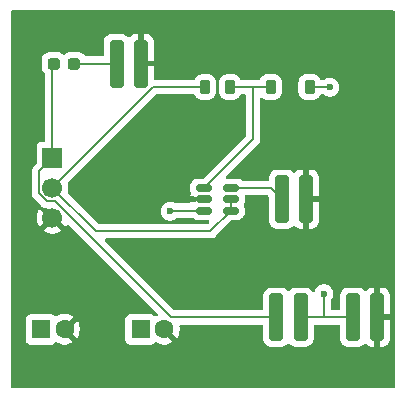
<source format=gbr>
%TF.GenerationSoftware,KiCad,Pcbnew,9.0.1*%
%TF.CreationDate,2025-05-31T16:56:00-05:00*%
%TF.ProjectId,ME 433 HW15 V1,4d452034-3333-4204-9857-31352056312e,rev?*%
%TF.SameCoordinates,Original*%
%TF.FileFunction,Copper,L1,Top*%
%TF.FilePolarity,Positive*%
%FSLAX46Y46*%
G04 Gerber Fmt 4.6, Leading zero omitted, Abs format (unit mm)*
G04 Created by KiCad (PCBNEW 9.0.1) date 2025-05-31 16:56:00*
%MOMM*%
%LPD*%
G01*
G04 APERTURE LIST*
G04 Aperture macros list*
%AMRoundRect*
0 Rectangle with rounded corners*
0 $1 Rounding radius*
0 $2 $3 $4 $5 $6 $7 $8 $9 X,Y pos of 4 corners*
0 Add a 4 corners polygon primitive as box body*
4,1,4,$2,$3,$4,$5,$6,$7,$8,$9,$2,$3,0*
0 Add four circle primitives for the rounded corners*
1,1,$1+$1,$2,$3*
1,1,$1+$1,$4,$5*
1,1,$1+$1,$6,$7*
1,1,$1+$1,$8,$9*
0 Add four rect primitives between the rounded corners*
20,1,$1+$1,$2,$3,$4,$5,0*
20,1,$1+$1,$4,$5,$6,$7,0*
20,1,$1+$1,$6,$7,$8,$9,0*
20,1,$1+$1,$8,$9,$2,$3,0*%
G04 Aperture macros list end*
%TA.AperFunction,SMDPad,CuDef*%
%ADD10RoundRect,0.237500X0.287500X0.237500X-0.287500X0.237500X-0.287500X-0.237500X0.287500X-0.237500X0*%
%TD*%
%TA.AperFunction,SMDPad,CuDef*%
%ADD11RoundRect,0.250000X-0.350000X-1.775000X0.350000X-1.775000X0.350000X1.775000X-0.350000X1.775000X0*%
%TD*%
%TA.AperFunction,SMDPad,CuDef*%
%ADD12RoundRect,0.150000X-0.512500X-0.150000X0.512500X-0.150000X0.512500X0.150000X-0.512500X0.150000X0*%
%TD*%
%TA.AperFunction,SMDPad,CuDef*%
%ADD13RoundRect,0.218750X-0.218750X-0.381250X0.218750X-0.381250X0.218750X0.381250X-0.218750X0.381250X0*%
%TD*%
%TA.AperFunction,ComponentPad*%
%ADD14R,1.700000X1.700000*%
%TD*%
%TA.AperFunction,ComponentPad*%
%ADD15C,1.700000*%
%TD*%
%TA.AperFunction,SMDPad,CuDef*%
%ADD16RoundRect,0.225000X0.225000X0.375000X-0.225000X0.375000X-0.225000X-0.375000X0.225000X-0.375000X0*%
%TD*%
%TA.AperFunction,ComponentPad*%
%ADD17R,1.600000X1.600000*%
%TD*%
%TA.AperFunction,ComponentPad*%
%ADD18C,1.600000*%
%TD*%
%TA.AperFunction,ViaPad*%
%ADD19C,0.600000*%
%TD*%
%TA.AperFunction,Conductor*%
%ADD20C,0.200000*%
%TD*%
G04 APERTURE END LIST*
D10*
%TO.P,D1,2,A*%
%TO.N,+5V*%
X106125000Y-62000000D03*
%TO.P,D1,1,K*%
%TO.N,Net-(D1-K)*%
X107875000Y-62000000D03*
%TD*%
D11*
%TO.P,R1,1*%
%TO.N,Net-(D1-K)*%
X111450000Y-62000000D03*
%TO.P,R1,2*%
%TO.N,GND*%
X113500000Y-62000000D03*
%TD*%
%TO.P,R4,1*%
%TO.N,Net-(MT1-3-FB)*%
X131475000Y-83500000D03*
%TO.P,R4,2*%
%TO.N,GND*%
X133525000Y-83500000D03*
%TD*%
%TO.P,R3,1*%
%TO.N,+5V*%
X124975000Y-83500000D03*
%TO.P,R3,2*%
%TO.N,Net-(MT1-3-FB)*%
X127025000Y-83500000D03*
%TD*%
%TO.P,R2,1*%
%TO.N,Net-(MT1-6-OC)*%
X125450000Y-73500000D03*
%TO.P,R2,2*%
%TO.N,GND*%
X127500000Y-73500000D03*
%TD*%
D12*
%TO.P,MT1,1,1-SW*%
%TO.N,Net-(D2-A)*%
X118862500Y-72550000D03*
%TO.P,MT1,2,2-GND*%
%TO.N,GND*%
X118862500Y-73500000D03*
%TO.P,MT1,3,3-FB*%
%TO.N,Net-(MT1-3-FB)*%
X118862500Y-74450000D03*
%TO.P,MT1,4,4-EN*%
%TO.N,VCC*%
X121137500Y-74450000D03*
%TO.P,MT1,5,5-VIN*%
X121137500Y-73500000D03*
%TO.P,MT1,6,6-OC*%
%TO.N,Net-(MT1-6-OC)*%
X121137500Y-72550000D03*
%TD*%
D13*
%TO.P,L1,1,1*%
%TO.N,VCC*%
X118937500Y-64000000D03*
%TO.P,L1,2,2*%
%TO.N,Net-(D2-A)*%
X121062500Y-64000000D03*
%TD*%
D14*
%TO.P,J1,1,Pin_1*%
%TO.N,+5V*%
X106025000Y-69975000D03*
D15*
%TO.P,J1,2,Pin_2*%
%TO.N,VCC*%
X106025000Y-72515000D03*
%TO.P,J1,3,Pin_3*%
%TO.N,GND*%
X106025000Y-75055000D03*
%TD*%
D16*
%TO.P,D2,1,K*%
%TO.N,+5V*%
X127800000Y-64000000D03*
%TO.P,D2,2,A*%
%TO.N,Net-(D2-A)*%
X124500000Y-64000000D03*
%TD*%
D17*
%TO.P,C2,1*%
%TO.N,+5V*%
X113500000Y-84500000D03*
D18*
%TO.P,C2,2*%
%TO.N,GND*%
X115500000Y-84500000D03*
%TD*%
D17*
%TO.P,C1,1*%
%TO.N,VCC*%
X105044888Y-84500000D03*
D18*
%TO.P,C1,2*%
%TO.N,GND*%
X107044888Y-84500000D03*
%TD*%
D19*
%TO.N,+5V*%
X129500000Y-64000000D03*
%TO.N,Net-(MT1-3-FB)*%
X129000000Y-81500000D03*
X116000000Y-74500000D03*
%TD*%
D20*
%TO.N,+5V*%
X127800000Y-64000000D02*
X129500000Y-64000000D01*
%TO.N,VCC*%
X118937500Y-64000000D02*
X114540000Y-64000000D01*
X114540000Y-64000000D02*
X106025000Y-72515000D01*
%TO.N,Net-(D2-A)*%
X123000000Y-64000000D02*
X124500000Y-64000000D01*
X123000000Y-68412500D02*
X123000000Y-64000000D01*
X118862500Y-72550000D02*
X123000000Y-68412500D01*
X123000000Y-64000000D02*
X121062500Y-64000000D01*
%TO.N,Net-(MT1-3-FB)*%
X116000000Y-74500000D02*
X116050000Y-74450000D01*
X116050000Y-74450000D02*
X118862500Y-74450000D01*
X129000000Y-83500000D02*
X129000000Y-81500000D01*
X127025000Y-83500000D02*
X129000000Y-83500000D01*
X129000000Y-83500000D02*
X131475000Y-83500000D01*
%TO.N,+5V*%
X124975000Y-83500000D02*
X116097760Y-83500000D01*
X116097760Y-83500000D02*
X106263760Y-73666000D01*
X104874000Y-71126000D02*
X106025000Y-69975000D01*
X106263760Y-73666000D02*
X105548240Y-73666000D01*
X105548240Y-73666000D02*
X104874000Y-72991760D01*
X104874000Y-72991760D02*
X104874000Y-71126000D01*
%TO.N,Net-(MT1-6-OC)*%
X121137500Y-72550000D02*
X124500000Y-72550000D01*
X124500000Y-72550000D02*
X125450000Y-73500000D01*
%TO.N,Net-(D1-K)*%
X107875000Y-62000000D02*
X111450000Y-62000000D01*
%TO.N,+5V*%
X106025000Y-69975000D02*
X106025000Y-62100000D01*
X106025000Y-62100000D02*
X106125000Y-62000000D01*
%TO.N,VCC*%
X121137500Y-74450000D02*
X119381500Y-76206000D01*
X119381500Y-76206000D02*
X109716000Y-76206000D01*
X109716000Y-76206000D02*
X106025000Y-72515000D01*
X121137500Y-73500000D02*
X121137500Y-74450000D01*
%TD*%
%TA.AperFunction,Conductor*%
%TO.N,GND*%
G36*
X134942539Y-57520185D02*
G01*
X134988294Y-57572989D01*
X134999500Y-57624500D01*
X134999500Y-89375500D01*
X134979815Y-89442539D01*
X134927011Y-89488294D01*
X134875500Y-89499500D01*
X102624500Y-89499500D01*
X102557461Y-89479815D01*
X102511706Y-89427011D01*
X102500500Y-89375500D01*
X102500500Y-83652135D01*
X103744388Y-83652135D01*
X103744388Y-85347870D01*
X103744389Y-85347876D01*
X103750796Y-85407483D01*
X103801090Y-85542328D01*
X103801094Y-85542335D01*
X103887340Y-85657544D01*
X103887343Y-85657547D01*
X104002552Y-85743793D01*
X104002559Y-85743797D01*
X104137405Y-85794091D01*
X104137404Y-85794091D01*
X104144332Y-85794835D01*
X104197015Y-85800500D01*
X105892760Y-85800499D01*
X105952371Y-85794091D01*
X106087219Y-85743796D01*
X106202434Y-85657546D01*
X106209118Y-85648616D01*
X106265047Y-85606746D01*
X106334739Y-85601759D01*
X106364680Y-85612441D01*
X106545856Y-85704755D01*
X106740470Y-85767990D01*
X106942571Y-85800000D01*
X107147205Y-85800000D01*
X107349305Y-85767990D01*
X107543919Y-85704755D01*
X107726237Y-85611859D01*
X107770809Y-85579474D01*
X107091335Y-84900000D01*
X107097549Y-84900000D01*
X107199282Y-84872741D01*
X107290494Y-84820080D01*
X107364968Y-84745606D01*
X107417629Y-84654394D01*
X107444888Y-84552661D01*
X107444888Y-84546447D01*
X108124362Y-85225921D01*
X108156747Y-85181349D01*
X108249643Y-84999031D01*
X108312878Y-84804417D01*
X108344888Y-84602317D01*
X108344888Y-84397682D01*
X108312878Y-84195582D01*
X108249643Y-84000968D01*
X108156747Y-83818650D01*
X108124362Y-83774077D01*
X108124362Y-83774076D01*
X107444888Y-84453551D01*
X107444888Y-84447339D01*
X107417629Y-84345606D01*
X107364968Y-84254394D01*
X107290494Y-84179920D01*
X107199282Y-84127259D01*
X107097549Y-84100000D01*
X107091334Y-84100000D01*
X107770810Y-83420524D01*
X107770809Y-83420523D01*
X107726247Y-83388147D01*
X107726238Y-83388141D01*
X107543919Y-83295244D01*
X107349305Y-83232009D01*
X107147205Y-83200000D01*
X106942571Y-83200000D01*
X106740470Y-83232009D01*
X106545853Y-83295245D01*
X106364679Y-83387558D01*
X106296010Y-83400454D01*
X106231270Y-83374177D01*
X106209122Y-83351388D01*
X106202434Y-83342454D01*
X106202430Y-83342451D01*
X106087223Y-83256206D01*
X106087216Y-83256202D01*
X105952370Y-83205908D01*
X105952371Y-83205908D01*
X105892771Y-83199501D01*
X105892769Y-83199500D01*
X105892761Y-83199500D01*
X105892752Y-83199500D01*
X104197017Y-83199500D01*
X104197011Y-83199501D01*
X104137404Y-83205908D01*
X104002559Y-83256202D01*
X104002552Y-83256206D01*
X103887343Y-83342452D01*
X103887340Y-83342455D01*
X103801094Y-83457664D01*
X103801090Y-83457671D01*
X103750796Y-83592517D01*
X103744389Y-83652116D01*
X103744388Y-83652135D01*
X102500500Y-83652135D01*
X102500500Y-73070814D01*
X104273498Y-73070814D01*
X104314423Y-73223546D01*
X104328212Y-73247427D01*
X104328213Y-73247432D01*
X104328215Y-73247432D01*
X104388449Y-73351762D01*
X104393479Y-73360474D01*
X104393481Y-73360477D01*
X104512349Y-73479345D01*
X104512355Y-73479350D01*
X105063379Y-74030374D01*
X105063389Y-74030385D01*
X105067719Y-74034715D01*
X105067720Y-74034716D01*
X105179524Y-74146520D01*
X105179526Y-74146521D01*
X105179530Y-74146524D01*
X105267705Y-74197431D01*
X105316456Y-74225577D01*
X105414113Y-74251744D01*
X105469182Y-74266500D01*
X105469183Y-74266500D01*
X105546178Y-74266500D01*
X105553606Y-74267400D01*
X105579105Y-74278366D01*
X105605731Y-74286185D01*
X105615399Y-74293975D01*
X105617792Y-74295005D01*
X105619120Y-74296974D01*
X105626373Y-74302819D01*
X105895591Y-74572037D01*
X105832007Y-74589075D01*
X105717993Y-74654901D01*
X105624901Y-74747993D01*
X105559075Y-74862007D01*
X105542037Y-74925591D01*
X104909728Y-74293282D01*
X104909727Y-74293282D01*
X104870380Y-74347439D01*
X104773904Y-74536782D01*
X104708242Y-74738869D01*
X104708242Y-74738872D01*
X104675000Y-74948753D01*
X104675000Y-75161246D01*
X104708242Y-75371127D01*
X104708242Y-75371130D01*
X104773904Y-75573217D01*
X104870375Y-75762550D01*
X104909728Y-75816716D01*
X105542037Y-75184408D01*
X105559075Y-75247993D01*
X105624901Y-75362007D01*
X105717993Y-75455099D01*
X105832007Y-75520925D01*
X105895590Y-75537962D01*
X105263282Y-76170269D01*
X105263282Y-76170270D01*
X105317449Y-76209624D01*
X105506782Y-76306095D01*
X105708870Y-76371757D01*
X105918754Y-76405000D01*
X106131246Y-76405000D01*
X106341127Y-76371757D01*
X106341130Y-76371757D01*
X106543217Y-76306095D01*
X106732554Y-76209622D01*
X106786716Y-76170270D01*
X106786717Y-76170270D01*
X106154408Y-75537962D01*
X106217993Y-75520925D01*
X106332007Y-75455099D01*
X106425099Y-75362007D01*
X106490925Y-75247993D01*
X106507962Y-75184408D01*
X107140270Y-75816717D01*
X107140270Y-75816716D01*
X107179624Y-75762552D01*
X107214019Y-75695047D01*
X107261992Y-75644251D01*
X107329813Y-75627455D01*
X107395948Y-75649992D01*
X107412185Y-75663660D01*
X114908639Y-83160114D01*
X114942124Y-83221437D01*
X114937140Y-83291129D01*
X114895268Y-83347062D01*
X114877253Y-83358280D01*
X114819792Y-83387558D01*
X114751123Y-83400454D01*
X114686382Y-83374178D01*
X114664234Y-83351388D01*
X114657546Y-83342454D01*
X114657542Y-83342451D01*
X114542335Y-83256206D01*
X114542328Y-83256202D01*
X114407482Y-83205908D01*
X114407483Y-83205908D01*
X114347883Y-83199501D01*
X114347881Y-83199500D01*
X114347873Y-83199500D01*
X114347864Y-83199500D01*
X112652129Y-83199500D01*
X112652123Y-83199501D01*
X112592516Y-83205908D01*
X112457671Y-83256202D01*
X112457664Y-83256206D01*
X112342455Y-83342452D01*
X112342452Y-83342455D01*
X112256206Y-83457664D01*
X112256202Y-83457671D01*
X112205908Y-83592517D01*
X112199501Y-83652116D01*
X112199500Y-83652135D01*
X112199500Y-85347870D01*
X112199501Y-85347876D01*
X112205908Y-85407483D01*
X112256202Y-85542328D01*
X112256206Y-85542335D01*
X112342452Y-85657544D01*
X112342455Y-85657547D01*
X112457664Y-85743793D01*
X112457671Y-85743797D01*
X112592517Y-85794091D01*
X112592516Y-85794091D01*
X112599444Y-85794835D01*
X112652127Y-85800500D01*
X114347872Y-85800499D01*
X114407483Y-85794091D01*
X114542331Y-85743796D01*
X114657546Y-85657546D01*
X114664230Y-85648616D01*
X114720159Y-85606746D01*
X114789851Y-85601759D01*
X114819792Y-85612441D01*
X115000968Y-85704755D01*
X115195582Y-85767990D01*
X115397683Y-85800000D01*
X115602317Y-85800000D01*
X115804417Y-85767990D01*
X115999031Y-85704755D01*
X116181349Y-85611859D01*
X116225921Y-85579474D01*
X115546447Y-84900000D01*
X115552661Y-84900000D01*
X115654394Y-84872741D01*
X115745606Y-84820080D01*
X115820080Y-84745606D01*
X115872741Y-84654394D01*
X115900000Y-84552661D01*
X115900000Y-84546447D01*
X116579474Y-85225921D01*
X116611859Y-85181349D01*
X116704755Y-84999031D01*
X116767990Y-84804417D01*
X116800000Y-84602317D01*
X116800000Y-84397682D01*
X116775643Y-84243898D01*
X116784598Y-84174604D01*
X116829594Y-84121152D01*
X116896345Y-84100513D01*
X116898116Y-84100500D01*
X123750501Y-84100500D01*
X123817540Y-84120185D01*
X123863295Y-84172989D01*
X123874501Y-84224500D01*
X123874501Y-85325018D01*
X123885000Y-85427796D01*
X123885001Y-85427799D01*
X123922953Y-85542328D01*
X123940186Y-85594334D01*
X124032288Y-85743656D01*
X124156344Y-85867712D01*
X124305666Y-85959814D01*
X124472203Y-86014999D01*
X124574991Y-86025500D01*
X125375008Y-86025499D01*
X125375016Y-86025498D01*
X125375019Y-86025498D01*
X125431302Y-86019748D01*
X125477797Y-86014999D01*
X125644334Y-85959814D01*
X125793656Y-85867712D01*
X125912319Y-85749049D01*
X125973642Y-85715564D01*
X126043334Y-85720548D01*
X126087681Y-85749049D01*
X126206344Y-85867712D01*
X126355666Y-85959814D01*
X126522203Y-86014999D01*
X126624991Y-86025500D01*
X127425008Y-86025499D01*
X127425016Y-86025498D01*
X127425019Y-86025498D01*
X127481302Y-86019748D01*
X127527797Y-86014999D01*
X127694334Y-85959814D01*
X127843656Y-85867712D01*
X127967712Y-85743656D01*
X128059814Y-85594334D01*
X128114999Y-85427797D01*
X128125500Y-85325009D01*
X128125500Y-84224500D01*
X128145185Y-84157461D01*
X128197989Y-84111706D01*
X128249500Y-84100500D01*
X128920943Y-84100500D01*
X130250501Y-84100500D01*
X130317540Y-84120185D01*
X130363295Y-84172989D01*
X130374501Y-84224500D01*
X130374501Y-85325018D01*
X130385000Y-85427796D01*
X130385001Y-85427799D01*
X130422953Y-85542328D01*
X130440186Y-85594334D01*
X130532288Y-85743656D01*
X130656344Y-85867712D01*
X130805666Y-85959814D01*
X130972203Y-86014999D01*
X131074991Y-86025500D01*
X131875008Y-86025499D01*
X131875016Y-86025498D01*
X131875019Y-86025498D01*
X131931302Y-86019748D01*
X131977797Y-86014999D01*
X132144334Y-85959814D01*
X132293656Y-85867712D01*
X132412675Y-85748692D01*
X132473994Y-85715210D01*
X132543686Y-85720194D01*
X132588034Y-85748695D01*
X132706654Y-85867315D01*
X132855875Y-85959356D01*
X132855880Y-85959358D01*
X133022302Y-86014505D01*
X133022309Y-86014506D01*
X133125019Y-86024999D01*
X133274999Y-86024999D01*
X133775000Y-86024999D01*
X133924972Y-86024999D01*
X133924986Y-86024998D01*
X134027697Y-86014505D01*
X134194119Y-85959358D01*
X134194124Y-85959356D01*
X134343345Y-85867315D01*
X134467315Y-85743345D01*
X134559356Y-85594124D01*
X134559358Y-85594119D01*
X134614505Y-85427697D01*
X134614506Y-85427690D01*
X134624999Y-85324986D01*
X134625000Y-85324973D01*
X134625000Y-83750000D01*
X133775000Y-83750000D01*
X133775000Y-86024999D01*
X133274999Y-86024999D01*
X133275000Y-86024998D01*
X133275000Y-83250000D01*
X133775000Y-83250000D01*
X134624999Y-83250000D01*
X134624999Y-81675028D01*
X134624998Y-81675013D01*
X134614505Y-81572302D01*
X134559358Y-81405880D01*
X134559356Y-81405875D01*
X134467315Y-81256654D01*
X134343345Y-81132684D01*
X134194124Y-81040643D01*
X134194119Y-81040641D01*
X134027697Y-80985494D01*
X134027690Y-80985493D01*
X133924986Y-80975000D01*
X133775000Y-80975000D01*
X133775000Y-83250000D01*
X133275000Y-83250000D01*
X133275000Y-80975000D01*
X133125027Y-80975000D01*
X133125012Y-80975001D01*
X133022302Y-80985494D01*
X132855880Y-81040641D01*
X132855875Y-81040643D01*
X132706657Y-81132682D01*
X132588034Y-81251305D01*
X132526711Y-81284789D01*
X132457019Y-81279805D01*
X132412672Y-81251304D01*
X132293657Y-81132289D01*
X132293656Y-81132288D01*
X132144334Y-81040186D01*
X131977797Y-80985001D01*
X131977795Y-80985000D01*
X131875010Y-80974500D01*
X131074998Y-80974500D01*
X131074980Y-80974501D01*
X130972203Y-80985000D01*
X130972200Y-80985001D01*
X130805668Y-81040185D01*
X130805663Y-81040187D01*
X130656342Y-81132289D01*
X130532289Y-81256342D01*
X130440187Y-81405663D01*
X130440185Y-81405668D01*
X130440115Y-81405880D01*
X130385001Y-81572203D01*
X130385001Y-81572204D01*
X130385000Y-81572204D01*
X130374500Y-81674983D01*
X130374500Y-82775500D01*
X130354815Y-82842539D01*
X130302011Y-82888294D01*
X130250500Y-82899500D01*
X129724500Y-82899500D01*
X129657461Y-82879815D01*
X129611706Y-82827011D01*
X129600500Y-82775500D01*
X129600500Y-82079765D01*
X129620185Y-82012726D01*
X129621398Y-82010874D01*
X129646162Y-81973813D01*
X129709394Y-81879179D01*
X129769737Y-81733497D01*
X129800500Y-81578842D01*
X129800500Y-81421158D01*
X129800500Y-81421155D01*
X129800499Y-81421153D01*
X129772383Y-81279805D01*
X129769737Y-81266503D01*
X129769735Y-81266498D01*
X129709397Y-81120827D01*
X129709390Y-81120814D01*
X129621789Y-80989711D01*
X129621786Y-80989707D01*
X129510292Y-80878213D01*
X129510288Y-80878210D01*
X129379185Y-80790609D01*
X129379172Y-80790602D01*
X129233501Y-80730264D01*
X129233489Y-80730261D01*
X129078845Y-80699500D01*
X129078842Y-80699500D01*
X128921158Y-80699500D01*
X128921155Y-80699500D01*
X128766510Y-80730261D01*
X128766498Y-80730264D01*
X128620827Y-80790602D01*
X128620814Y-80790609D01*
X128489711Y-80878210D01*
X128489707Y-80878213D01*
X128378213Y-80989707D01*
X128378210Y-80989711D01*
X128290609Y-81120814D01*
X128290602Y-81120827D01*
X128230264Y-81266498D01*
X128230260Y-81266512D01*
X128229309Y-81271293D01*
X128196918Y-81333201D01*
X128136199Y-81367769D01*
X128066430Y-81364023D01*
X128009762Y-81323151D01*
X128002155Y-81312186D01*
X127976932Y-81271293D01*
X127967712Y-81256344D01*
X127843656Y-81132288D01*
X127694334Y-81040186D01*
X127527797Y-80985001D01*
X127527795Y-80985000D01*
X127425010Y-80974500D01*
X126624998Y-80974500D01*
X126624980Y-80974501D01*
X126522203Y-80985000D01*
X126522200Y-80985001D01*
X126355668Y-81040185D01*
X126355663Y-81040187D01*
X126206342Y-81132289D01*
X126087681Y-81250951D01*
X126026358Y-81284436D01*
X125956666Y-81279452D01*
X125912319Y-81250951D01*
X125793657Y-81132289D01*
X125793656Y-81132288D01*
X125644334Y-81040186D01*
X125477797Y-80985001D01*
X125477795Y-80985000D01*
X125375010Y-80974500D01*
X124574998Y-80974500D01*
X124574980Y-80974501D01*
X124472203Y-80985000D01*
X124472200Y-80985001D01*
X124305668Y-81040185D01*
X124305663Y-81040187D01*
X124156342Y-81132289D01*
X124032289Y-81256342D01*
X123940187Y-81405663D01*
X123940185Y-81405668D01*
X123940115Y-81405880D01*
X123885001Y-81572203D01*
X123885001Y-81572204D01*
X123885000Y-81572204D01*
X123874500Y-81674983D01*
X123874500Y-82775500D01*
X123854815Y-82842539D01*
X123802011Y-82888294D01*
X123750500Y-82899500D01*
X116397857Y-82899500D01*
X116330818Y-82879815D01*
X116310176Y-82863181D01*
X110465176Y-77018181D01*
X110431691Y-76956858D01*
X110436675Y-76887166D01*
X110478547Y-76831233D01*
X110544011Y-76806816D01*
X110552857Y-76806500D01*
X119294831Y-76806500D01*
X119294847Y-76806501D01*
X119302443Y-76806501D01*
X119460554Y-76806501D01*
X119460557Y-76806501D01*
X119613285Y-76765577D01*
X119663404Y-76736639D01*
X119750216Y-76686520D01*
X119862020Y-76574716D01*
X119862020Y-76574714D01*
X119872228Y-76564507D01*
X119872229Y-76564504D01*
X121149916Y-75286819D01*
X121211239Y-75253334D01*
X121237597Y-75250500D01*
X121715686Y-75250500D01*
X121715694Y-75250500D01*
X121752569Y-75247598D01*
X121752571Y-75247597D01*
X121752573Y-75247597D01*
X121794191Y-75235505D01*
X121910398Y-75201744D01*
X122051865Y-75118081D01*
X122168081Y-75001865D01*
X122251744Y-74860398D01*
X122288611Y-74733501D01*
X122297597Y-74702573D01*
X122297598Y-74702567D01*
X122300499Y-74665701D01*
X122300500Y-74665694D01*
X122300500Y-74234306D01*
X122297598Y-74197431D01*
X122275338Y-74120814D01*
X122251745Y-74039606D01*
X122251744Y-74039602D01*
X122250871Y-74038126D01*
X122250538Y-74036816D01*
X122248646Y-74032443D01*
X122249351Y-74032137D01*
X122233685Y-73970403D01*
X122249139Y-73917770D01*
X122248646Y-73917557D01*
X122250376Y-73913558D01*
X122250871Y-73911874D01*
X122251744Y-73910398D01*
X122297598Y-73752569D01*
X122300500Y-73715694D01*
X122300500Y-73284306D01*
X122300497Y-73284272D01*
X122300494Y-73284222D01*
X122300496Y-73284212D01*
X122300404Y-73281868D01*
X122300993Y-73281844D01*
X122314862Y-73215845D01*
X122363916Y-73166091D01*
X122424112Y-73150500D01*
X124199903Y-73150500D01*
X124229343Y-73159144D01*
X124259330Y-73165668D01*
X124264345Y-73169422D01*
X124266942Y-73170185D01*
X124287584Y-73186819D01*
X124313181Y-73212416D01*
X124346666Y-73273739D01*
X124349500Y-73300097D01*
X124349500Y-75325001D01*
X124349501Y-75325018D01*
X124360000Y-75427796D01*
X124360001Y-75427799D01*
X124412363Y-75585815D01*
X124415186Y-75594334D01*
X124507288Y-75743656D01*
X124631344Y-75867712D01*
X124780666Y-75959814D01*
X124947203Y-76014999D01*
X125049991Y-76025500D01*
X125850008Y-76025499D01*
X125850016Y-76025498D01*
X125850019Y-76025498D01*
X125906302Y-76019748D01*
X125952797Y-76014999D01*
X126119334Y-75959814D01*
X126268656Y-75867712D01*
X126387675Y-75748692D01*
X126448994Y-75715210D01*
X126518686Y-75720194D01*
X126563034Y-75748695D01*
X126681654Y-75867315D01*
X126830875Y-75959356D01*
X126830880Y-75959358D01*
X126997302Y-76014505D01*
X126997309Y-76014506D01*
X127100019Y-76024999D01*
X127249999Y-76024999D01*
X127750000Y-76024999D01*
X127899972Y-76024999D01*
X127899986Y-76024998D01*
X128002697Y-76014505D01*
X128169119Y-75959358D01*
X128169124Y-75959356D01*
X128318345Y-75867315D01*
X128442315Y-75743345D01*
X128534356Y-75594124D01*
X128534358Y-75594119D01*
X128589505Y-75427697D01*
X128589506Y-75427690D01*
X128599999Y-75324986D01*
X128600000Y-75324973D01*
X128600000Y-73750000D01*
X127750000Y-73750000D01*
X127750000Y-76024999D01*
X127249999Y-76024999D01*
X127250000Y-76024998D01*
X127250000Y-73250000D01*
X127750000Y-73250000D01*
X128599999Y-73250000D01*
X128599999Y-71675028D01*
X128599998Y-71675013D01*
X128589505Y-71572302D01*
X128534358Y-71405880D01*
X128534356Y-71405875D01*
X128442315Y-71256654D01*
X128318345Y-71132684D01*
X128169124Y-71040643D01*
X128169119Y-71040641D01*
X128002697Y-70985494D01*
X128002690Y-70985493D01*
X127899986Y-70975000D01*
X127750000Y-70975000D01*
X127750000Y-73250000D01*
X127250000Y-73250000D01*
X127250000Y-70975000D01*
X127100027Y-70975000D01*
X127100012Y-70975001D01*
X126997302Y-70985494D01*
X126830880Y-71040641D01*
X126830875Y-71040643D01*
X126681657Y-71132682D01*
X126563034Y-71251305D01*
X126501711Y-71284789D01*
X126432019Y-71279805D01*
X126387672Y-71251304D01*
X126268657Y-71132289D01*
X126268656Y-71132288D01*
X126119334Y-71040186D01*
X125952797Y-70985001D01*
X125952795Y-70985000D01*
X125850010Y-70974500D01*
X125049998Y-70974500D01*
X125049980Y-70974501D01*
X124947203Y-70985000D01*
X124947200Y-70985001D01*
X124780668Y-71040185D01*
X124780663Y-71040187D01*
X124631342Y-71132289D01*
X124507289Y-71256342D01*
X124415187Y-71405663D01*
X124415185Y-71405668D01*
X124415115Y-71405880D01*
X124360001Y-71572203D01*
X124360001Y-71572204D01*
X124360000Y-71572204D01*
X124349500Y-71674983D01*
X124349500Y-71825500D01*
X124329815Y-71892539D01*
X124277011Y-71938294D01*
X124225500Y-71949500D01*
X122170808Y-71949500D01*
X122103769Y-71929815D01*
X122083126Y-71913180D01*
X122051870Y-71881923D01*
X122051862Y-71881917D01*
X121910396Y-71798255D01*
X121910393Y-71798254D01*
X121752573Y-71752402D01*
X121752567Y-71752401D01*
X121715701Y-71749500D01*
X121715694Y-71749500D01*
X120811596Y-71749500D01*
X120744557Y-71729815D01*
X120698802Y-71677011D01*
X120688858Y-71607853D01*
X120717883Y-71544297D01*
X120723915Y-71537819D01*
X121221549Y-71040185D01*
X123480520Y-68781216D01*
X123559577Y-68644284D01*
X123600501Y-68491557D01*
X123600501Y-68333442D01*
X123600501Y-68325847D01*
X123600500Y-68325829D01*
X123600500Y-65025874D01*
X123620185Y-64958835D01*
X123672989Y-64913080D01*
X123742147Y-64903136D01*
X123805703Y-64932161D01*
X123812181Y-64938193D01*
X123821955Y-64947967D01*
X123821959Y-64947970D01*
X123966294Y-65036998D01*
X123966297Y-65036999D01*
X123966303Y-65037003D01*
X124127292Y-65090349D01*
X124226655Y-65100500D01*
X124773344Y-65100499D01*
X124773352Y-65100498D01*
X124773355Y-65100498D01*
X124827760Y-65094940D01*
X124872708Y-65090349D01*
X125033697Y-65037003D01*
X125178044Y-64947968D01*
X125297968Y-64828044D01*
X125387003Y-64683697D01*
X125440349Y-64522708D01*
X125450500Y-64423345D01*
X125450499Y-63576656D01*
X125450498Y-63576647D01*
X126849500Y-63576647D01*
X126849500Y-64423337D01*
X126849501Y-64423355D01*
X126859650Y-64522707D01*
X126859651Y-64522710D01*
X126912996Y-64683694D01*
X126913001Y-64683705D01*
X127002029Y-64828040D01*
X127002032Y-64828044D01*
X127121955Y-64947967D01*
X127121959Y-64947970D01*
X127266294Y-65036998D01*
X127266297Y-65036999D01*
X127266303Y-65037003D01*
X127427292Y-65090349D01*
X127526655Y-65100500D01*
X128073344Y-65100499D01*
X128073352Y-65100498D01*
X128073355Y-65100498D01*
X128127760Y-65094940D01*
X128172708Y-65090349D01*
X128333697Y-65037003D01*
X128478044Y-64947968D01*
X128597968Y-64828044D01*
X128684789Y-64687287D01*
X128687000Y-64683702D01*
X128687000Y-64683701D01*
X128687003Y-64683697D01*
X128687004Y-64683692D01*
X128690053Y-64677155D01*
X128691661Y-64677904D01*
X128700278Y-64665459D01*
X128710400Y-64643297D01*
X128719813Y-64637247D01*
X128726184Y-64628047D01*
X128748683Y-64618693D01*
X128769178Y-64605523D01*
X128786282Y-64603063D01*
X128790701Y-64601227D01*
X128804113Y-64600500D01*
X128920234Y-64600500D01*
X128987273Y-64620185D01*
X128989125Y-64621398D01*
X129120814Y-64709390D01*
X129120827Y-64709397D01*
X129266498Y-64769735D01*
X129266503Y-64769737D01*
X129421153Y-64800499D01*
X129421156Y-64800500D01*
X129421158Y-64800500D01*
X129578844Y-64800500D01*
X129578845Y-64800499D01*
X129733497Y-64769737D01*
X129879179Y-64709394D01*
X130010289Y-64621789D01*
X130121789Y-64510289D01*
X130209394Y-64379179D01*
X130269737Y-64233497D01*
X130300500Y-64078842D01*
X130300500Y-63921158D01*
X130300500Y-63921155D01*
X130300499Y-63921153D01*
X130281376Y-63825018D01*
X130269737Y-63766503D01*
X130213728Y-63631284D01*
X130209397Y-63620827D01*
X130209390Y-63620814D01*
X130121789Y-63489711D01*
X130121786Y-63489707D01*
X130010292Y-63378213D01*
X130010288Y-63378210D01*
X129879185Y-63290609D01*
X129879172Y-63290602D01*
X129733501Y-63230264D01*
X129733489Y-63230261D01*
X129578845Y-63199500D01*
X129578842Y-63199500D01*
X129421158Y-63199500D01*
X129421155Y-63199500D01*
X129266510Y-63230261D01*
X129266498Y-63230264D01*
X129120827Y-63290602D01*
X129120814Y-63290609D01*
X128989125Y-63378602D01*
X128971078Y-63384252D01*
X128955169Y-63394477D01*
X128924207Y-63398928D01*
X128922447Y-63399480D01*
X128920234Y-63399500D01*
X128804113Y-63399500D01*
X128737074Y-63379815D01*
X128691319Y-63327011D01*
X128687704Y-63317807D01*
X128687000Y-63316297D01*
X128597968Y-63171956D01*
X128478044Y-63052032D01*
X128478040Y-63052029D01*
X128333705Y-62963001D01*
X128333699Y-62962998D01*
X128333697Y-62962997D01*
X128198529Y-62918207D01*
X128172709Y-62909651D01*
X128073346Y-62899500D01*
X127526662Y-62899500D01*
X127526644Y-62899501D01*
X127427292Y-62909650D01*
X127427289Y-62909651D01*
X127266305Y-62962996D01*
X127266294Y-62963001D01*
X127121959Y-63052029D01*
X127121955Y-63052032D01*
X127002032Y-63171955D01*
X127002029Y-63171959D01*
X126913001Y-63316294D01*
X126912996Y-63316305D01*
X126859651Y-63477290D01*
X126849500Y-63576647D01*
X125450498Y-63576647D01*
X125449903Y-63570826D01*
X125440349Y-63477292D01*
X125440348Y-63477289D01*
X125418205Y-63410465D01*
X125387003Y-63316303D01*
X125386999Y-63316297D01*
X125386998Y-63316294D01*
X125297970Y-63171959D01*
X125297967Y-63171955D01*
X125178044Y-63052032D01*
X125178040Y-63052029D01*
X125033705Y-62963001D01*
X125033699Y-62962998D01*
X125033697Y-62962997D01*
X124898529Y-62918207D01*
X124872709Y-62909651D01*
X124773346Y-62899500D01*
X124226662Y-62899500D01*
X124226644Y-62899501D01*
X124127292Y-62909650D01*
X124127289Y-62909651D01*
X123966305Y-62962996D01*
X123966294Y-62963001D01*
X123821959Y-63052029D01*
X123821955Y-63052032D01*
X123702031Y-63171956D01*
X123612999Y-63316297D01*
X123609947Y-63322845D01*
X123608338Y-63322095D01*
X123573816Y-63371953D01*
X123509299Y-63398773D01*
X123495887Y-63399500D01*
X122055848Y-63399500D01*
X121988809Y-63379815D01*
X121943054Y-63327011D01*
X121938142Y-63314504D01*
X121937549Y-63312713D01*
X121937545Y-63312707D01*
X121937544Y-63312704D01*
X121849283Y-63169612D01*
X121849280Y-63169608D01*
X121730391Y-63050719D01*
X121730387Y-63050716D01*
X121587295Y-62962455D01*
X121587289Y-62962452D01*
X121587287Y-62962451D01*
X121427685Y-62909564D01*
X121427683Y-62909563D01*
X121329181Y-62899500D01*
X121329174Y-62899500D01*
X120795826Y-62899500D01*
X120795818Y-62899500D01*
X120697316Y-62909563D01*
X120697315Y-62909564D01*
X120618219Y-62935773D01*
X120537715Y-62962450D01*
X120537704Y-62962455D01*
X120394612Y-63050716D01*
X120394608Y-63050719D01*
X120275719Y-63169608D01*
X120275716Y-63169612D01*
X120187455Y-63312704D01*
X120187450Y-63312715D01*
X120163745Y-63384252D01*
X120134564Y-63472315D01*
X120134564Y-63472316D01*
X120134563Y-63472316D01*
X120124500Y-63570818D01*
X120124500Y-64429181D01*
X120134563Y-64527683D01*
X120187450Y-64687284D01*
X120187455Y-64687295D01*
X120275716Y-64830387D01*
X120275719Y-64830391D01*
X120394608Y-64949280D01*
X120394612Y-64949283D01*
X120537704Y-65037544D01*
X120537707Y-65037545D01*
X120537713Y-65037549D01*
X120697315Y-65090436D01*
X120795826Y-65100500D01*
X120795831Y-65100500D01*
X121329169Y-65100500D01*
X121329174Y-65100500D01*
X121427685Y-65090436D01*
X121587287Y-65037549D01*
X121730391Y-64949281D01*
X121849281Y-64830391D01*
X121937549Y-64687287D01*
X121938142Y-64685494D01*
X121938880Y-64684428D01*
X121940599Y-64680744D01*
X121941228Y-64681037D01*
X121952012Y-64665463D01*
X121962135Y-64643297D01*
X121971547Y-64637248D01*
X121977915Y-64628051D01*
X122000414Y-64618696D01*
X122020913Y-64605523D01*
X122038013Y-64603064D01*
X122042430Y-64601228D01*
X122055848Y-64600500D01*
X122275500Y-64600500D01*
X122342539Y-64620185D01*
X122388294Y-64672989D01*
X122399500Y-64724500D01*
X122399500Y-68112402D01*
X122379815Y-68179441D01*
X122363181Y-68200083D01*
X118850084Y-71713181D01*
X118788761Y-71746666D01*
X118762403Y-71749500D01*
X118284298Y-71749500D01*
X118247432Y-71752401D01*
X118247426Y-71752402D01*
X118089606Y-71798254D01*
X118089603Y-71798255D01*
X117948137Y-71881917D01*
X117948129Y-71881923D01*
X117831923Y-71998129D01*
X117831917Y-71998137D01*
X117748255Y-72139603D01*
X117748254Y-72139606D01*
X117702402Y-72297426D01*
X117702401Y-72297432D01*
X117699500Y-72334298D01*
X117699500Y-72765701D01*
X117702401Y-72802567D01*
X117702402Y-72802573D01*
X117748254Y-72960393D01*
X117748256Y-72960399D01*
X117749426Y-72962377D01*
X117749869Y-72964126D01*
X117751353Y-72967554D01*
X117750799Y-72967793D01*
X117766603Y-73030102D01*
X117751249Y-73082395D01*
X117751817Y-73082641D01*
X117749827Y-73087239D01*
X117749428Y-73088599D01*
X117748722Y-73089791D01*
X117748716Y-73089806D01*
X117702900Y-73247505D01*
X117702899Y-73247511D01*
X117702704Y-73249998D01*
X117702705Y-73250000D01*
X117968185Y-73250000D01*
X118031306Y-73267268D01*
X118089602Y-73301744D01*
X118131224Y-73313836D01*
X118247426Y-73347597D01*
X118247429Y-73347597D01*
X118247431Y-73347598D01*
X118284306Y-73350500D01*
X118284314Y-73350500D01*
X118738500Y-73350500D01*
X118747185Y-73353050D01*
X118756147Y-73351762D01*
X118780187Y-73362740D01*
X118805539Y-73370185D01*
X118811466Y-73377025D01*
X118819703Y-73380787D01*
X118833992Y-73403021D01*
X118851294Y-73422989D01*
X118853581Y-73433503D01*
X118857477Y-73439565D01*
X118862500Y-73474500D01*
X118862500Y-73525500D01*
X118842815Y-73592539D01*
X118790011Y-73638294D01*
X118738500Y-73649500D01*
X118284298Y-73649500D01*
X118247432Y-73652401D01*
X118247426Y-73652402D01*
X118089606Y-73698254D01*
X118089603Y-73698255D01*
X118031306Y-73732732D01*
X117968185Y-73750000D01*
X117702705Y-73750000D01*
X117689912Y-73763838D01*
X117685645Y-73784152D01*
X117636591Y-73833907D01*
X117576393Y-73849500D01*
X116504935Y-73849500D01*
X116437896Y-73829815D01*
X116436090Y-73828633D01*
X116379179Y-73790606D01*
X116379172Y-73790602D01*
X116233501Y-73730264D01*
X116233489Y-73730261D01*
X116078845Y-73699500D01*
X116078842Y-73699500D01*
X115921158Y-73699500D01*
X115921155Y-73699500D01*
X115766510Y-73730261D01*
X115766498Y-73730264D01*
X115620827Y-73790602D01*
X115620814Y-73790609D01*
X115489711Y-73878210D01*
X115489707Y-73878213D01*
X115378213Y-73989707D01*
X115378210Y-73989711D01*
X115290609Y-74120814D01*
X115290602Y-74120827D01*
X115230264Y-74266498D01*
X115230261Y-74266510D01*
X115199500Y-74421153D01*
X115199500Y-74578846D01*
X115230261Y-74733489D01*
X115230264Y-74733501D01*
X115290602Y-74879172D01*
X115290609Y-74879185D01*
X115378210Y-75010288D01*
X115378213Y-75010292D01*
X115489707Y-75121786D01*
X115489711Y-75121789D01*
X115620814Y-75209390D01*
X115620827Y-75209397D01*
X115720060Y-75250500D01*
X115766503Y-75269737D01*
X115921153Y-75300499D01*
X115921156Y-75300500D01*
X115921158Y-75300500D01*
X116078844Y-75300500D01*
X116078845Y-75300499D01*
X116233497Y-75269737D01*
X116379179Y-75209394D01*
X116510289Y-75121789D01*
X116545258Y-75086820D01*
X116606580Y-75053334D01*
X116632940Y-75050500D01*
X117829192Y-75050500D01*
X117896231Y-75070185D01*
X117916874Y-75086820D01*
X117948129Y-75118076D01*
X117948133Y-75118079D01*
X117948135Y-75118081D01*
X118089602Y-75201744D01*
X118115933Y-75209394D01*
X118247426Y-75247597D01*
X118247429Y-75247597D01*
X118247431Y-75247598D01*
X118284306Y-75250500D01*
X118284314Y-75250500D01*
X119188403Y-75250500D01*
X119255442Y-75270185D01*
X119301197Y-75322989D01*
X119311141Y-75392147D01*
X119282116Y-75455703D01*
X119276084Y-75462181D01*
X119169084Y-75569181D01*
X119107761Y-75602666D01*
X119081403Y-75605500D01*
X110016097Y-75605500D01*
X109949058Y-75585815D01*
X109928416Y-75569181D01*
X107358757Y-72999522D01*
X107325272Y-72938199D01*
X107328507Y-72873523D01*
X107342246Y-72831243D01*
X107375500Y-72621287D01*
X107375500Y-72408713D01*
X107342246Y-72198757D01*
X107328506Y-72156473D01*
X107326512Y-72086635D01*
X107358755Y-72030478D01*
X114752416Y-64636819D01*
X114813739Y-64603334D01*
X114840097Y-64600500D01*
X117944152Y-64600500D01*
X118011191Y-64620185D01*
X118056946Y-64672989D01*
X118061858Y-64685496D01*
X118062450Y-64687284D01*
X118062455Y-64687295D01*
X118150716Y-64830387D01*
X118150719Y-64830391D01*
X118269608Y-64949280D01*
X118269612Y-64949283D01*
X118412704Y-65037544D01*
X118412707Y-65037545D01*
X118412713Y-65037549D01*
X118572315Y-65090436D01*
X118670826Y-65100500D01*
X118670831Y-65100500D01*
X119204169Y-65100500D01*
X119204174Y-65100500D01*
X119302685Y-65090436D01*
X119462287Y-65037549D01*
X119605391Y-64949281D01*
X119724281Y-64830391D01*
X119812549Y-64687287D01*
X119865436Y-64527685D01*
X119875500Y-64429174D01*
X119875500Y-63570826D01*
X119865436Y-63472315D01*
X119812549Y-63312713D01*
X119812545Y-63312707D01*
X119812544Y-63312704D01*
X119724283Y-63169612D01*
X119724280Y-63169608D01*
X119605391Y-63050719D01*
X119605387Y-63050716D01*
X119462295Y-62962455D01*
X119462289Y-62962452D01*
X119462287Y-62962451D01*
X119302685Y-62909564D01*
X119302683Y-62909563D01*
X119204181Y-62899500D01*
X119204174Y-62899500D01*
X118670826Y-62899500D01*
X118670818Y-62899500D01*
X118572316Y-62909563D01*
X118572315Y-62909564D01*
X118493219Y-62935773D01*
X118412715Y-62962450D01*
X118412704Y-62962455D01*
X118269612Y-63050716D01*
X118269608Y-63050719D01*
X118150719Y-63169608D01*
X118150716Y-63169612D01*
X118062455Y-63312704D01*
X118062450Y-63312715D01*
X118061858Y-63314504D01*
X118061119Y-63315571D01*
X118059401Y-63319256D01*
X118058771Y-63318962D01*
X118022085Y-63371949D01*
X117957570Y-63398772D01*
X117944152Y-63399500D01*
X114724000Y-63399500D01*
X114656961Y-63379815D01*
X114611206Y-63327011D01*
X114600000Y-63275500D01*
X114600000Y-62250000D01*
X113624000Y-62250000D01*
X113556961Y-62230315D01*
X113511206Y-62177511D01*
X113500000Y-62126000D01*
X113500000Y-62000000D01*
X113374000Y-62000000D01*
X113306961Y-61980315D01*
X113261206Y-61927511D01*
X113250000Y-61876000D01*
X113250000Y-61750000D01*
X113750000Y-61750000D01*
X114599999Y-61750000D01*
X114599999Y-60175028D01*
X114599998Y-60175013D01*
X114589505Y-60072302D01*
X114534358Y-59905880D01*
X114534356Y-59905875D01*
X114442315Y-59756654D01*
X114318345Y-59632684D01*
X114169124Y-59540643D01*
X114169119Y-59540641D01*
X114002697Y-59485494D01*
X114002690Y-59485493D01*
X113899986Y-59475000D01*
X113750000Y-59475000D01*
X113750000Y-61750000D01*
X113250000Y-61750000D01*
X113250000Y-59475000D01*
X113100027Y-59475000D01*
X113100012Y-59475001D01*
X112997302Y-59485494D01*
X112830880Y-59540641D01*
X112830875Y-59540643D01*
X112681657Y-59632682D01*
X112563034Y-59751305D01*
X112501711Y-59784789D01*
X112432019Y-59779805D01*
X112387672Y-59751304D01*
X112268657Y-59632289D01*
X112268656Y-59632288D01*
X112119334Y-59540186D01*
X111952797Y-59485001D01*
X111952795Y-59485000D01*
X111850010Y-59474500D01*
X111049998Y-59474500D01*
X111049980Y-59474501D01*
X110947203Y-59485000D01*
X110947200Y-59485001D01*
X110780668Y-59540185D01*
X110780663Y-59540187D01*
X110631342Y-59632289D01*
X110507289Y-59756342D01*
X110415187Y-59905663D01*
X110415185Y-59905668D01*
X110415115Y-59905880D01*
X110360001Y-60072203D01*
X110360001Y-60072204D01*
X110360000Y-60072204D01*
X110349500Y-60174983D01*
X110349500Y-61275500D01*
X110329815Y-61342539D01*
X110277011Y-61388294D01*
X110225500Y-61399500D01*
X108874901Y-61399500D01*
X108807862Y-61379815D01*
X108769362Y-61340596D01*
X108745340Y-61301650D01*
X108623351Y-61179661D01*
X108623350Y-61179660D01*
X108476516Y-61089092D01*
X108312753Y-61034826D01*
X108312751Y-61034825D01*
X108211678Y-61024500D01*
X107538330Y-61024500D01*
X107538312Y-61024501D01*
X107437247Y-61034825D01*
X107273484Y-61089092D01*
X107273481Y-61089093D01*
X107126648Y-61179661D01*
X107087681Y-61218629D01*
X107026358Y-61252114D01*
X106956666Y-61247130D01*
X106912319Y-61218629D01*
X106873351Y-61179661D01*
X106873350Y-61179660D01*
X106726516Y-61089092D01*
X106562753Y-61034826D01*
X106562751Y-61034825D01*
X106461678Y-61024500D01*
X105788330Y-61024500D01*
X105788312Y-61024501D01*
X105687247Y-61034825D01*
X105523484Y-61089092D01*
X105523481Y-61089093D01*
X105376648Y-61179661D01*
X105254661Y-61301648D01*
X105164093Y-61448481D01*
X105164092Y-61448484D01*
X105109826Y-61612247D01*
X105109826Y-61612248D01*
X105109825Y-61612248D01*
X105099500Y-61713315D01*
X105099500Y-62286669D01*
X105099501Y-62286687D01*
X105109825Y-62387752D01*
X105146109Y-62497249D01*
X105164092Y-62551516D01*
X105254660Y-62698350D01*
X105376650Y-62820340D01*
X105376656Y-62820343D01*
X105377405Y-62820936D01*
X105377790Y-62821480D01*
X105381757Y-62825447D01*
X105381079Y-62826124D01*
X105417785Y-62877956D01*
X105424500Y-62918207D01*
X105424500Y-68500500D01*
X105404815Y-68567539D01*
X105352011Y-68613294D01*
X105300501Y-68624500D01*
X105127130Y-68624500D01*
X105127123Y-68624501D01*
X105067516Y-68630908D01*
X104932671Y-68681202D01*
X104932664Y-68681206D01*
X104817455Y-68767452D01*
X104817452Y-68767455D01*
X104731206Y-68882664D01*
X104731202Y-68882671D01*
X104680908Y-69017517D01*
X104674501Y-69077116D01*
X104674501Y-69077123D01*
X104674500Y-69077135D01*
X104674500Y-70424902D01*
X104654815Y-70491941D01*
X104638181Y-70512583D01*
X104393481Y-70757282D01*
X104393479Y-70757285D01*
X104343361Y-70844094D01*
X104343359Y-70844096D01*
X104314425Y-70894209D01*
X104314424Y-70894210D01*
X104314423Y-70894215D01*
X104273499Y-71046943D01*
X104273499Y-71205057D01*
X104273499Y-71205059D01*
X104273500Y-71215053D01*
X104273500Y-72905090D01*
X104273499Y-72905108D01*
X104273499Y-73070814D01*
X104273498Y-73070814D01*
X102500500Y-73070814D01*
X102500500Y-57624500D01*
X102520185Y-57557461D01*
X102572989Y-57511706D01*
X102624500Y-57500500D01*
X134875500Y-57500500D01*
X134942539Y-57520185D01*
G37*
%TD.AperFunction*%
%TD*%
M02*

</source>
